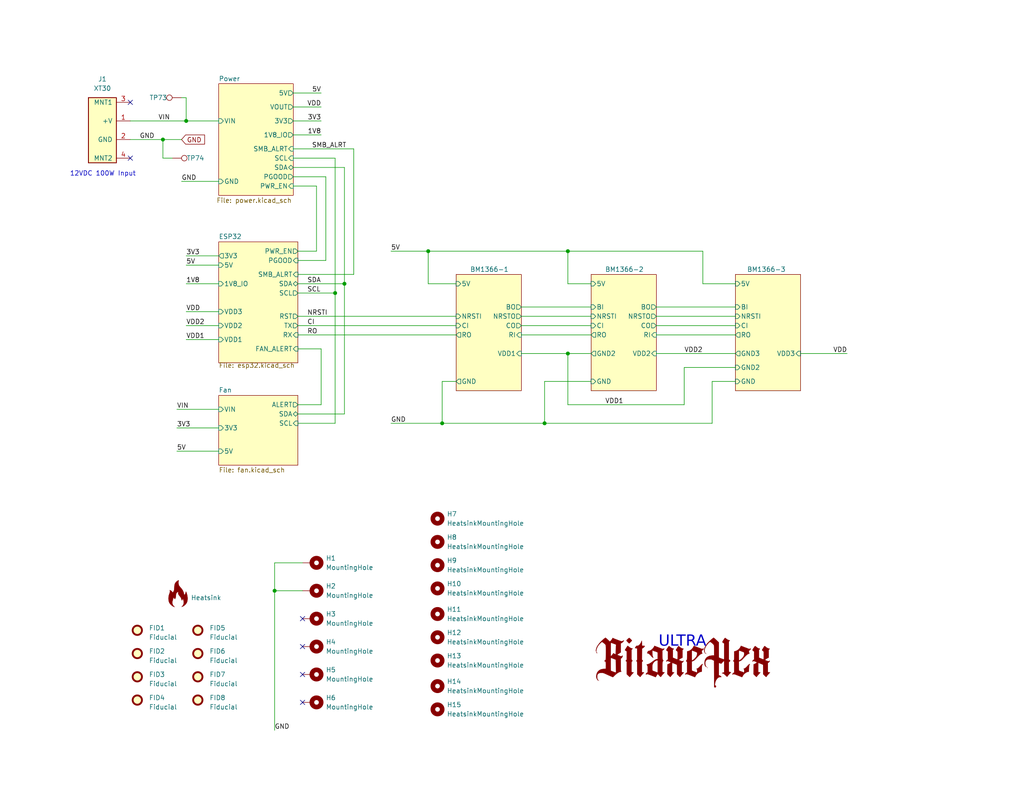
<source format=kicad_sch>
(kicad_sch (version 20231120) (generator "eeschema") (generator_version "8.0")
  (paper "A")
  (title_block (title "bitaxeHex") (date "2024-03-09") (rev "304"))
  (lib_symbols
    (symbol "Connector:TestPoint" (pin_numbers hide) (pin_names (offset 0.762) hide)
      (property "Reference" "TP" (at 0 6.858 0))
      (property "Value" "TestPoint" (at 0 5.08 0))
      (symbol "TestPoint_1_1"
        (pin passive line (at 0 0 90) (length 2.54) (name "1") (number "1"))
      )
    )
    (symbol "Mechanical:Fiducial"
      (property "Reference" "FID" (at 0 5.08 0))
      (property "Value" "Fiducial" (at 0 3.175 0))
    )
    (symbol "Mechanical:MountingHole" (pin_names (offset 1.016))
      (property "Reference" "H" (at 0 5.08 0))
      (property "Value" "MountingHole" (at 0 3.175 0))
    )
    (symbol "Mechanical:MountingHole_Pad" (pin_numbers hide) (pin_names (offset 1.016) hide)
      (property "Reference" "H" (at 0 6.35 0))
      (property "Value" "MountingHole_Pad" (at 0 4.445 0))
      (symbol "MountingHole_Pad_1_1"
        (pin input line (at 0 -2.54 90) (length 2.54) (name "1") (number "1"))
      )
    )
    (symbol "bitaxe:Bitaxe_Hex_Logo" (pin_names (offset 1.016)))
    (symbol "bitaxe:XT30PW-M" (pin_names (offset 1.016))
      (property "Reference" "J" (at -0.254 -10.922 0))
      (property "Value" "XT30" (at -0.254 10.668 0))
      (symbol "XT30PW-M_1_1"
        (pin power_in line (at -7.62 2.54 0) (length 3.81) (name "+V") (number "1"))
        (pin power_in line (at -7.62 -2.54 0) (length 3.81) (name "GND") (number "2"))
        (pin passive line (at -7.62 7.62 0) (length 3.81) (name "MNT1") (number "3"))
        (pin passive line (at -7.62 -7.62 0) (length 3.81) (name "MNT2") (number "4"))
      )
    )
    (symbol "bitaxe:hex_heatsink" (in_bom no)
      (property "Value" "hex_heatsink" (at 0 -3.81 0))
    )
  )
  (junction (at 91.44 80.01))
  (junction (at 148.59 115.57))
  (junction (at 116.84 68.58))
  (junction (at 154.94 68.58))
  (junction (at 120.65 115.57))
  (junction (at 44.45 38.1))
  (junction (at 74.93 161.29))
  (junction (at 50.8 33.02))
  (junction (at 154.94 96.52))
  (junction (at 93.98 77.47))
  (no_connect (at 82.55 168.91))
  (no_connect (at 82.55 191.77))
  (no_connect (at 35.56 43.18))
  (no_connect (at 35.56 27.94))
  (no_connect (at 82.55 176.53))
  (no_connect (at 82.55 184.15))
  (wire (pts (xy 120.65 104.14) (xy 124.46 104.14)))
  (wire (pts (xy 179.07 86.36) (xy 200.66 86.36)))
  (wire (pts (xy 154.94 68.58) (xy 191.77 68.58)))
  (wire (pts (xy 44.45 38.1) (xy 49.53 38.1)))
  (wire (pts (xy 50.8 88.9) (xy 59.69 88.9)))
  (wire (pts (xy 120.65 115.57) (xy 120.65 104.14)))
  (wire (pts (xy 81.28 80.01) (xy 91.44 80.01)))
  (wire (pts (xy 161.29 77.47) (xy 154.94 77.47)))
  (wire (pts (xy 93.98 45.72) (xy 93.98 77.47)))
  (wire (pts (xy 142.24 86.36) (xy 161.29 86.36)))
  (wire (pts (xy 179.07 83.82) (xy 200.66 83.82)))
  (wire (pts (xy 86.36 50.8) (xy 80.01 50.8)))
  (wire (pts (xy 116.84 77.47) (xy 116.84 68.58)))
  (wire (pts (xy 74.93 153.67) (xy 82.55 153.67)))
  (wire (pts (xy 96.52 40.64) (xy 80.01 40.64)))
  (wire (pts (xy 49.53 26.67) (xy 50.8 26.67)))
  (wire (pts (xy 81.28 74.93) (xy 96.52 74.93)))
  (wire (pts (xy 81.28 91.44) (xy 124.46 91.44)))
  (wire (pts (xy 74.93 161.29) (xy 82.55 161.29)))
  (wire (pts (xy 154.94 96.52) (xy 161.29 96.52)))
  (wire (pts (xy 87.63 95.25) (xy 81.28 95.25)))
  (wire (pts (xy 50.8 26.67) (xy 50.8 33.02)))
  (wire (pts (xy 200.66 77.47) (xy 191.77 77.47)))
  (wire (pts (xy 120.65 115.57) (xy 148.59 115.57)))
  (wire (pts (xy 91.44 43.18) (xy 80.01 43.18)))
  (wire (pts (xy 186.69 100.33) (xy 200.66 100.33)))
  (wire (pts (xy 35.56 33.02) (xy 50.8 33.02)))
  (wire (pts (xy 48.26 111.76) (xy 59.69 111.76)))
  (wire (pts (xy 154.94 77.47) (xy 154.94 68.58)))
  (wire (pts (xy 106.68 115.57) (xy 120.65 115.57)))
  (wire (pts (xy 194.31 115.57) (xy 194.31 104.14)))
  (wire (pts (xy 93.98 45.72) (xy 80.01 45.72)))
  (wire (pts (xy 88.9 48.26) (xy 88.9 71.12)))
  (wire (pts (xy 218.44 96.52) (xy 231.14 96.52)))
  (wire (pts (xy 80.01 36.83) (xy 87.63 36.83)))
  (wire (pts (xy 49.53 49.53) (xy 59.69 49.53)))
  (wire (pts (xy 46.99 43.18) (xy 44.45 43.18)))
  (wire (pts (xy 148.59 104.14) (xy 161.29 104.14)))
  (wire (pts (xy 35.56 38.1) (xy 44.45 38.1)))
  (wire (pts (xy 80.01 48.26) (xy 88.9 48.26)))
  (wire (pts (xy 88.9 71.12) (xy 81.28 71.12)))
  (wire (pts (xy 50.8 77.47) (xy 59.69 77.47)))
  (wire (pts (xy 96.52 74.93) (xy 96.52 40.64)))
  (wire (pts (xy 179.07 91.44) (xy 200.66 91.44)))
  (wire (pts (xy 186.69 110.49) (xy 186.69 100.33)))
  (wire (pts (xy 91.44 80.01) (xy 91.44 115.57)))
  (wire (pts (xy 50.8 85.09) (xy 59.69 85.09)))
  (wire (pts (xy 142.24 88.9) (xy 161.29 88.9)))
  (wire (pts (xy 81.28 77.47) (xy 93.98 77.47)))
  (wire (pts (xy 48.26 116.84) (xy 59.69 116.84)))
  (wire (pts (xy 142.24 96.52) (xy 154.94 96.52)))
  (wire (pts (xy 50.8 69.85) (xy 59.69 69.85)))
  (wire (pts (xy 116.84 68.58) (xy 154.94 68.58)))
  (wire (pts (xy 191.77 77.47) (xy 191.77 68.58)))
  (wire (pts (xy 179.07 88.9) (xy 200.66 88.9)))
  (wire (pts (xy 74.93 161.29) (xy 74.93 199.39)))
  (wire (pts (xy 154.94 110.49) (xy 186.69 110.49)))
  (wire (pts (xy 142.24 83.82) (xy 161.29 83.82)))
  (wire (pts (xy 91.44 43.18) (xy 91.44 80.01)))
  (wire (pts (xy 48.26 123.19) (xy 59.69 123.19)))
  (wire (pts (xy 106.68 68.58) (xy 116.84 68.58)))
  (wire (pts (xy 148.59 115.57) (xy 194.31 115.57)))
  (wire (pts (xy 124.46 77.47) (xy 116.84 77.47)))
  (wire (pts (xy 87.63 110.49) (xy 87.63 95.25)))
  (wire (pts (xy 80.01 29.21) (xy 87.63 29.21)))
  (wire (pts (xy 44.45 43.18) (xy 44.45 38.1)))
  (wire (pts (xy 81.28 88.9) (xy 124.46 88.9)))
  (wire (pts (xy 80.01 25.4) (xy 87.63 25.4)))
  (wire (pts (xy 148.59 115.57) (xy 148.59 104.14)))
  (wire (pts (xy 142.24 91.44) (xy 161.29 91.44)))
  (wire (pts (xy 93.98 113.03) (xy 93.98 77.47)))
  (wire (pts (xy 50.8 92.71) (xy 59.69 92.71)))
  (wire (pts (xy 81.28 68.58) (xy 86.36 68.58)))
  (wire (pts (xy 194.31 104.14) (xy 200.66 104.14)))
  (wire (pts (xy 154.94 96.52) (xy 154.94 110.49)))
  (wire (pts (xy 179.07 96.52) (xy 200.66 96.52)))
  (wire (pts (xy 124.46 86.36) (xy 81.28 86.36)))
  (wire (pts (xy 50.8 33.02) (xy 59.69 33.02)))
  (wire (pts (xy 74.93 153.67) (xy 74.93 161.29)))
  (wire (pts (xy 50.8 72.39) (xy 59.69 72.39)))
  (wire (pts (xy 81.28 110.49) (xy 87.63 110.49)))
  (wire (pts (xy 81.28 115.57) (xy 91.44 115.57)))
  (wire (pts (xy 80.01 33.02) (xy 87.63 33.02)))
  (wire (pts (xy 86.36 68.58) (xy 86.36 50.8)))
  (wire (pts (xy 81.28 113.03) (xy 93.98 113.03)))
  (text "ULTRA" (at 179.705 177.8 0) (effects (font (size 3 3) (italic yes)) (justify left bottom)))
  (text "12VDC 100W Input" (at 19.05 48.26 0) (effects (font (size 1.27 1.27)) (justify left bottom)))
  (label "GND" (at 106.68 115.57 0))
  (label "VDD" (at 50.8 85.09 0))
  (label "SMB_ALRT" (at 85.09 40.64 0))
  (label "1V8" (at 50.8 77.47 0))
  (label "5V" (at 87.63 25.4 180))
  (label "VDD1" (at 165.1 110.49 0))
  (label "VDD1" (at 50.8 92.71 0))
  (label "5V" (at 106.68 68.58 0))
  (label "SDA" (at 83.82 77.47 0))
  (label "VDD" (at 231.14 96.52 180))
  (label "5V" (at 48.26 123.19 0))
  (label "CI" (at 83.82 88.9 0))
  (label "VDD2" (at 50.8 88.9 0))
  (label "NRSTI" (at 83.82 86.36 0))
  (label "GND" (at 74.93 199.39 0))
  (label "1V8" (at 87.63 36.83 180))
  (label "VIN" (at 48.26 111.76 0))
  (label "3V3" (at 87.63 33.02 180))
  (label "3V3" (at 50.8 69.85 0))
  (label "SCL" (at 83.82 80.01 0))
  (label "5V" (at 50.8 72.39 0))
  (label "3V3" (at 48.26 116.84 0))
  (label "GND" (at 38.1 38.1 0))
  (label "VDD2" (at 186.69 96.52 0))
  (label "RO" (at 83.82 91.44 0))
  (label "VDD" (at 87.63 29.21 180))
  (label "GND" (at 49.53 49.53 0))
  (label "VIN" (at 43.18 33.02 0))
  (global_label "GND" (shape input) (at 49.53 38.1 0) (property "Intersheetrefs" "${INTERSHEET_REFS}" (effects (hide yes))))
  (symbol (lib_id "Mechanical:Fiducial") (at 53.975 172.085 0) (unit 1) (in_bom no)
    (property "Reference" "FID5" (at 57.15 171.45 0) (effects (justify left)))
    (property "Value" "Fiducial" (at 57.15 173.99 0) (effects (justify left)))
    (property "Footprint" "Fiducial:Fiducial_1mm_Mask2mm" (effects (hide yes)))
  )
  (symbol (lib_id "Mechanical:MountingHole_Pad") (at 85.09 168.91 270) (unit 1) (in_bom no)
    (property "Reference" "H3" (at 88.9 167.64 90) (effects (justify left)))
    (property "Value" "MountingHole" (at 88.9 170.18 90) (effects (justify left)))
    (property "Footprint" "MountingHole:MountingHole_3mm_Pad_Via" (effects (hide yes)))
  )
  (symbol (lib_id "bitaxe:XT30PW-M") (at 27.94 35.56 0) (mirror y) (unit 1)
    (property "Reference" "J1" (at 27.94 21.59 0))
    (property "Value" "XT30" (at 27.94 24.13 0))
    (property "Footprint" "bitaxe:XT30PW-M" (effects (hide yes)))
    (property "PARTNO" "XT30PW-M" (effects (hide yes)))
  )
  (symbol (lib_id "Mechanical:MountingHole_Pad") (at 85.09 153.67 270) (unit 1) (in_bom no)
    (property "Reference" "H1" (at 88.9 152.4 90) (effects (justify left)))
    (property "Value" "MountingHole" (at 88.9 154.94 90) (effects (justify left)))
    (property "Footprint" "MountingHole:MountingHole_3mm_Pad_Via" (effects (hide yes)))
  )
  (symbol (lib_id "Mechanical:MountingHole_Pad") (at 85.09 161.29 270) (unit 1) (in_bom no)
    (property "Reference" "H2" (at 88.9 160.02 90) (effects (justify left)))
    (property "Value" "MountingHole" (at 88.9 162.56 90) (effects (justify left)))
    (property "Footprint" "MountingHole:MountingHole_3mm_Pad_Via" (effects (hide yes)))
  )
  (symbol (lib_id "bitaxe:Bitaxe_Hex_Logo") (at 186.055 180.975 0) (unit 1)
    (property "Reference" "#G1" (effects (hide yes)))
    (property "Value" "LOGO" (effects (hide yes)))
  )
  (symbol (lib_id "Connector:TestPoint") (at 46.99 43.18 270) (mirror x) (unit 1) (in_bom no)
    (property "Reference" "TP74" (at 53.34 43.18 90))
    (property "Value" "TestPoint" (effects (hide yes)))
    (property "Footprint" "TestPoint:TestPoint_Pad_D1.0mm" (effects (hide yes)))
  )
  (symbol (lib_id "Mechanical:Fiducial") (at 53.975 178.435 0) (unit 1) (in_bom no)
    (property "Reference" "FID6" (at 57.15 177.8 0) (effects (justify left)))
    (property "Value" "Fiducial" (at 57.15 180.34 0) (effects (justify left)))
    (property "Footprint" "Fiducial:Fiducial_1mm_Mask2mm" (effects (hide yes)))
  )
  (symbol (lib_id "Connector:TestPoint") (at 49.53 26.67 90) (mirror x) (unit 1) (in_bom no)
    (property "Reference" "TP73" (at 43.18 26.67 90))
    (property "Value" "TestPoint" (effects (hide yes)))
    (property "Footprint" "TestPoint:TestPoint_Pad_D1.0mm" (effects (hide yes)))
  )
  (symbol (lib_id "Mechanical:MountingHole") (at 119.38 147.955 0) (unit 1) (in_bom no)
    (property "Reference" "H8" (at 121.92 146.6849 0) (effects (justify left)))
    (property "Value" "HeatsinkMountingHole" (at 121.92 149.2249 0) (effects (justify left)))
    (property "Footprint" "bitaxe:3.1mm_mounting" (effects (hide yes)))
  )
  (symbol (lib_id "Mechanical:MountingHole_Pad") (at 85.09 184.15 270) (unit 1) (in_bom no)
    (property "Reference" "H5" (at 88.9 182.88 90) (effects (justify left)))
    (property "Value" "MountingHole" (at 88.9 185.42 90) (effects (justify left)))
    (property "Footprint" "MountingHole:MountingHole_3mm_Pad_Via" (effects (hide yes)))
  )
  (symbol (lib_id "bitaxe:hex_heatsink") (at 48.895 163.195 0) (unit 1) (in_bom no)
    (property "Reference" "HS1" (effects (hide yes)))
    (property "Value" "Heatsink" (at 52.07 163.195 0) (effects (justify left)))
    (property "Footprint" "bitaxe:hex-heatsink" (effects (hide yes)))
    (property "Datasheet" "https://www.aliexpress.us/item/3256805608902122.html" (effects (hide yes)))
  )
  (symbol (lib_id "Mechanical:Fiducial") (at 53.975 184.785 0) (unit 1) (in_bom no)
    (property "Reference" "FID7" (at 57.15 184.15 0) (effects (justify left)))
    (property "Value" "Fiducial" (at 57.15 186.69 0) (effects (justify left)))
    (property "Footprint" "Fiducial:Fiducial_1mm_Mask2mm" (effects (hide yes)))
  )
  (symbol (lib_id "Mechanical:MountingHole") (at 119.38 193.675 0) (unit 1) (in_bom no)
    (property "Reference" "H15" (at 121.92 192.4049 0) (effects (justify left)))
    (property "Value" "HeatsinkMountingHole" (at 121.92 194.9449 0) (effects (justify left)))
    (property "Footprint" "bitaxe:3.1mm_mounting" (effects (hide yes)))
  )
  (symbol (lib_id "Mechanical:MountingHole") (at 119.38 180.34 0) (unit 1) (in_bom no)
    (property "Reference" "H13" (at 121.92 179.0699 0) (effects (justify left)))
    (property "Value" "HeatsinkMountingHole" (at 121.92 181.6099 0) (effects (justify left)))
    (property "Footprint" "bitaxe:3.1mm_mounting" (effects (hide yes)))
  )
  (symbol (lib_id "Mechanical:MountingHole") (at 119.38 154.305 0) (unit 1) (in_bom no)
    (property "Reference" "H9" (at 121.92 153.0349 0) (effects (justify left)))
    (property "Value" "HeatsinkMountingHole" (at 121.92 155.5749 0) (effects (justify left)))
    (property "Footprint" "bitaxe:3.1mm_mounting" (effects (hide yes)))
  )
  (symbol (lib_id "Mechanical:Fiducial") (at 37.465 184.785 0) (unit 1) (in_bom no)
    (property "Reference" "FID3" (at 40.64 184.15 0) (effects (justify left)))
    (property "Value" "Fiducial" (at 40.64 186.69 0) (effects (justify left)))
    (property "Footprint" "Fiducial:Fiducial_1mm_Mask2mm" (effects (hide yes)))
  )
  (symbol (lib_id "Mechanical:MountingHole") (at 119.38 141.605 0) (unit 1) (in_bom no)
    (property "Reference" "H7" (at 121.92 140.3349 0) (effects (justify left)))
    (property "Value" "HeatsinkMountingHole" (at 121.92 142.8749 0) (effects (justify left)))
    (property "Footprint" "bitaxe:3.1mm_mounting" (effects (hide yes)))
  )
  (symbol (lib_id "Mechanical:Fiducial") (at 53.975 191.135 0) (unit 1) (in_bom no)
    (property "Reference" "FID8" (at 57.15 190.5 0) (effects (justify left)))
    (property "Value" "Fiducial" (at 57.15 193.04 0) (effects (justify left)))
    (property "Footprint" "Fiducial:Fiducial_1mm_Mask2mm" (effects (hide yes)))
  )
  (symbol (lib_id "Mechanical:MountingHole") (at 119.38 160.655 0) (unit 1) (in_bom no)
    (property "Reference" "H10" (at 121.92 159.3849 0) (effects (justify left)))
    (property "Value" "HeatsinkMountingHole" (at 121.92 161.9249 0) (effects (justify left)))
    (property "Footprint" "bitaxe:3.1mm_mounting" (effects (hide yes)))
  )
  (symbol (lib_id "Mechanical:MountingHole") (at 119.38 187.325 0) (unit 1) (in_bom no)
    (property "Reference" "H14" (at 121.92 186.0549 0) (effects (justify left)))
    (property "Value" "HeatsinkMountingHole" (at 121.92 188.5949 0) (effects (justify left)))
    (property "Footprint" "bitaxe:3.1mm_mounting" (effects (hide yes)))
  )
  (symbol (lib_id "Mechanical:Fiducial") (at 37.465 178.435 0) (unit 1) (in_bom no)
    (property "Reference" "FID2" (at 40.64 177.8 0) (effects (justify left)))
    (property "Value" "Fiducial" (at 40.64 180.34 0) (effects (justify left)))
    (property "Footprint" "Fiducial:Fiducial_1mm_Mask2mm" (effects (hide yes)))
  )
  (symbol (lib_id "Mechanical:MountingHole_Pad") (at 85.09 191.77 270) (unit 1) (in_bom no)
    (property "Reference" "H6" (at 88.9 190.5 90) (effects (justify left)))
    (property "Value" "MountingHole" (at 88.9 193.04 90) (effects (justify left)))
    (property "Footprint" "MountingHole:MountingHole_3mm_Pad_Via" (effects (hide yes)))
  )
  (symbol (lib_id "Mechanical:Fiducial") (at 37.465 191.135 0) (unit 1) (in_bom no)
    (property "Reference" "FID4" (at 40.64 190.5 0) (effects (justify left)))
    (property "Value" "Fiducial" (at 40.64 193.04 0) (effects (justify left)))
    (property "Footprint" "Fiducial:Fiducial_1mm_Mask2mm" (effects (hide yes)))
  )
  (symbol (lib_id "Mechanical:Fiducial") (at 37.465 172.085 0) (unit 1) (in_bom no)
    (property "Reference" "FID1" (at 40.64 171.45 0) (effects (justify left)))
    (property "Value" "Fiducial" (at 40.64 173.99 0) (effects (justify left)))
    (property "Footprint" "Fiducial:Fiducial_1mm_Mask2mm" (effects (hide yes)))
  )
  (symbol (lib_id "Mechanical:MountingHole_Pad") (at 85.09 176.53 270) (unit 1) (in_bom no)
    (property "Reference" "H4" (at 88.9 175.26 90) (effects (justify left)))
    (property "Value" "MountingHole" (at 88.9 177.8 90) (effects (justify left)))
    (property "Footprint" "MountingHole:MountingHole_3mm_Pad_Via" (effects (hide yes)))
  )
  (symbol (lib_id "Mechanical:MountingHole") (at 119.38 173.99 0) (unit 1) (in_bom no)
    (property "Reference" "H12" (at 121.92 172.7199 0) (effects (justify left)))
    (property "Value" "HeatsinkMountingHole" (at 121.92 175.2599 0) (effects (justify left)))
    (property "Footprint" "bitaxe:3.1mm_mounting" (effects (hide yes)))
  )
  (symbol (lib_id "Mechanical:MountingHole") (at 119.38 167.64 0) (unit 1) (in_bom no)
    (property "Reference" "H11" (at 121.92 166.3699 0) (effects (justify left)))
    (property "Value" "HeatsinkMountingHole" (at 121.92 168.9099 0) (effects (justify left)))
    (property "Footprint" "bitaxe:3.1mm_mounting" (effects (hide yes)))
  )
  (sheet (at 124.46 74.93) (size 17.78 31.75) (stroke (width 0.1524)) (fill (color 255 255 194 1.0000))
    (property "Sheetname" "BM1366-1" (at 128.27 74.295 0) (effects (justify left bottom)))
    (property "Sheetfile" "bm1366-1.kicad_sch" (effects (hide yes)))
    (pin "BO" output (at 142.24 83.82 0))
    (pin "NRSTO" output (at 142.24 86.36 0))
    (pin "RI" input (at 142.24 91.44 0))
    (pin "CO" output (at 142.24 88.9 0))
    (pin "CI" input (at 124.46 88.9 180))
    (pin "RO" output (at 124.46 91.44 180))
    (pin "NRSTI" input (at 124.46 86.36 180))
    (pin "5V" input (at 124.46 77.47 180))
    (pin "VDD1" input (at 142.24 96.52 0))
    (pin "GND" output (at 124.46 104.14 180))
  )
  (sheet (at 161.29 74.93) (size 17.78 31.75) (stroke (width 0.1524)) (fill (color 255 255 194 1.0000))
    (property "Sheetname" "BM1366-2" (at 165.1 74.295 0) (effects (justify left bottom)))
    (property "Sheetfile" "bm1366-2.kicad_sch" (effects (hide yes)))
    (pin "BI" input (at 161.29 83.82 180))
    (pin "CI" input (at 161.29 88.9 180))
    (pin "RO" output (at 161.29 91.44 180))
    (pin "NRSTI" input (at 161.29 86.36 180))
    (pin "VDD2" input (at 179.07 96.52 0))
    (pin "CO" output (at 179.07 88.9 0))
    (pin "BO" output (at 179.07 83.82 0))
    (pin "NRSTO" output (at 179.07 86.36 0))
    (pin "RI" input (at 179.07 91.44 0))
    (pin "GND2" output (at 161.29 96.52 180))
    (pin "5V" input (at 161.29 77.47 180))
    (pin "GND" input (at 161.29 104.14 180))
  )
  (sheet (at 59.69 107.95) (size 21.59 19.05) (stroke (width 0.1524)) (fill (color 255 255 194 1.0000))
    (property "Sheetname" "Fan" (at 59.69 107.2384 0) (effects (justify left bottom)))
    (property "Sheetfile" "fan.kicad_sch" (at 59.69 127.5846 0) (effects (justify left top)))
    (pin "SDA" bidirectional (at 81.28 113.03 0))
    (pin "SCL" input (at 81.28 115.57 0))
    (pin "3V3" input (at 59.69 116.84 180))
    (pin "ALERT" output (at 81.28 110.49 0))
    (pin "5V" input (at 59.69 123.19 180))
    (pin "VIN" input (at 59.69 111.76 180))
  )
  (sheet (at 59.69 22.86) (size 20.32 30.48) (stroke (width 0.1524)) (fill (color 255 255 194 1.0000))
    (property "Sheetname" "Power" (at 59.69 22.225 0) (effects (justify left bottom)))
    (property "Sheetfile" "power.kicad_sch" (at 59.055 53.975 0) (effects (justify left top)))
    (pin "VOUT" output (at 80.01 29.21 0))
    (pin "VIN" input (at 59.69 33.02 180))
    (pin "SCL" input (at 80.01 43.18 0))
    (pin "SDA" bidirectional (at 80.01 45.72 0))
    (pin "5V" output (at 80.01 25.4 0))
    (pin "3V3" output (at 80.01 33.02 0))
    (pin "PGOOD" output (at 80.01 48.26 0))
    (pin "1V8_IO" output (at 80.01 36.83 0))
    (pin "PWR_EN" input (at 80.01 50.8 0))
    (pin "GND" input (at 59.69 49.53 180))
    (pin "SMB_ALRT" input (at 80.01 40.64 0))
  )
  (sheet (at 59.69 66.04) (size 21.59 33.02) (stroke (width 0.1524)) (fill (color 255 255 194 1.0000))
    (property "Sheetname" "ESP32" (at 59.69 65.3284 0) (effects (justify left bottom)))
    (property "Sheetfile" "esp32.kicad_sch" (at 59.69 99.0096 0) (effects (justify left top)))
    (pin "SDA" bidirectional (at 81.28 77.47 0))
    (pin "SCL" output (at 81.28 80.01 0))
    (pin "RX" input (at 81.28 91.44 0))
    (pin "TX" output (at 81.28 88.9 0))
    (pin "RST" output (at 81.28 86.36 0))
    (pin "5V" input (at 59.69 72.39 180))
    (pin "3V3" output (at 59.69 69.85 180))
    (pin "PGOOD" input (at 81.28 71.12 0))
    (pin "FAN_ALERT" input (at 81.28 95.25 0))
    (pin "1V8_IO" input (at 59.69 77.47 180))
    (pin "PWR_EN" output (at 81.28 68.58 0))
    (pin "SMB_ALRT" input (at 81.28 74.93 0))
    (pin "VDD1" input (at 59.69 92.71 180))
    (pin "VDD2" input (at 59.69 88.9 180))
    (pin "VDD3" input (at 59.69 85.09 180))
  )
  (sheet (at 200.66 74.93) (size 17.78 31.75) (stroke (width 0.1524)) (fill (color 255 255 194 1.0000))
    (property "Sheetname" "BM1366-3" (at 203.835 74.295 0) (effects (justify left bottom)))
    (property "Sheetfile" "bm1366-3.kicad_sch" (effects (hide yes)))
    (pin "5V" input (at 200.66 77.47 180))
    (pin "BI" input (at 200.66 83.82 180))
    (pin "NRSTI" input (at 200.66 86.36 180))
    (pin "RO" output (at 200.66 91.44 180))
    (pin "CI" input (at 200.66 88.9 180))
    (pin "VDD3" input (at 218.44 96.52 0))
    (pin "GND3" output (at 200.66 96.52 180))
    (pin "GND2" input (at 200.66 100.33 180))
    (pin "GND" input (at 200.66 104.14 180))
  )
)
</source>
